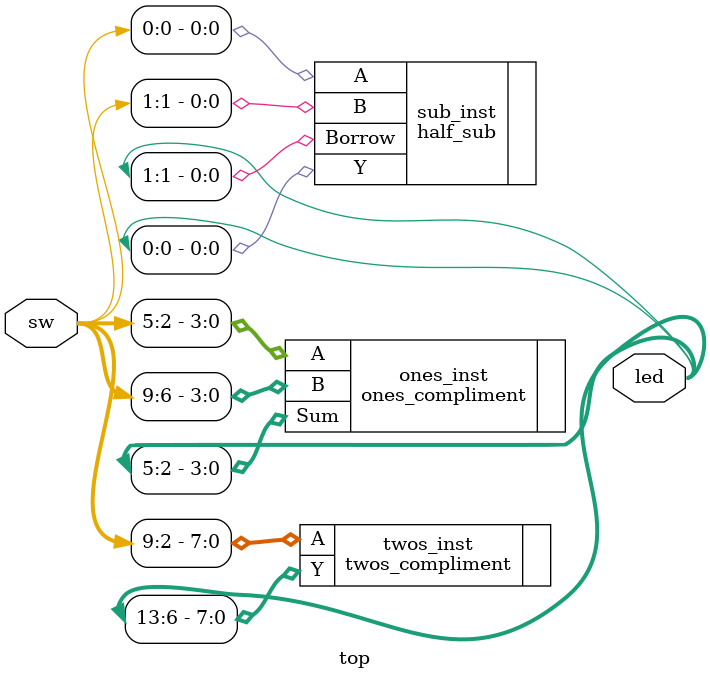
<source format=v>
module top(
    input [9:0] sw,
    output [13:0] led
);

half_sub sub_inst(
    .A(sw[0]),
    .B(sw[1]),
    .Y(led[0]),
    .Borrow(led[1])
);

ones_compliment ones_inst(
    .A(sw[5:2]), 
    .B(sw[9:6]),  
    .Sum(led[5:2])  
);


twos_compliment twos_inst(
    .A(sw[9:2]),  // 8-bit input
    .Y(led[13:6])  // 8-bit output
);

endmodule

</source>
